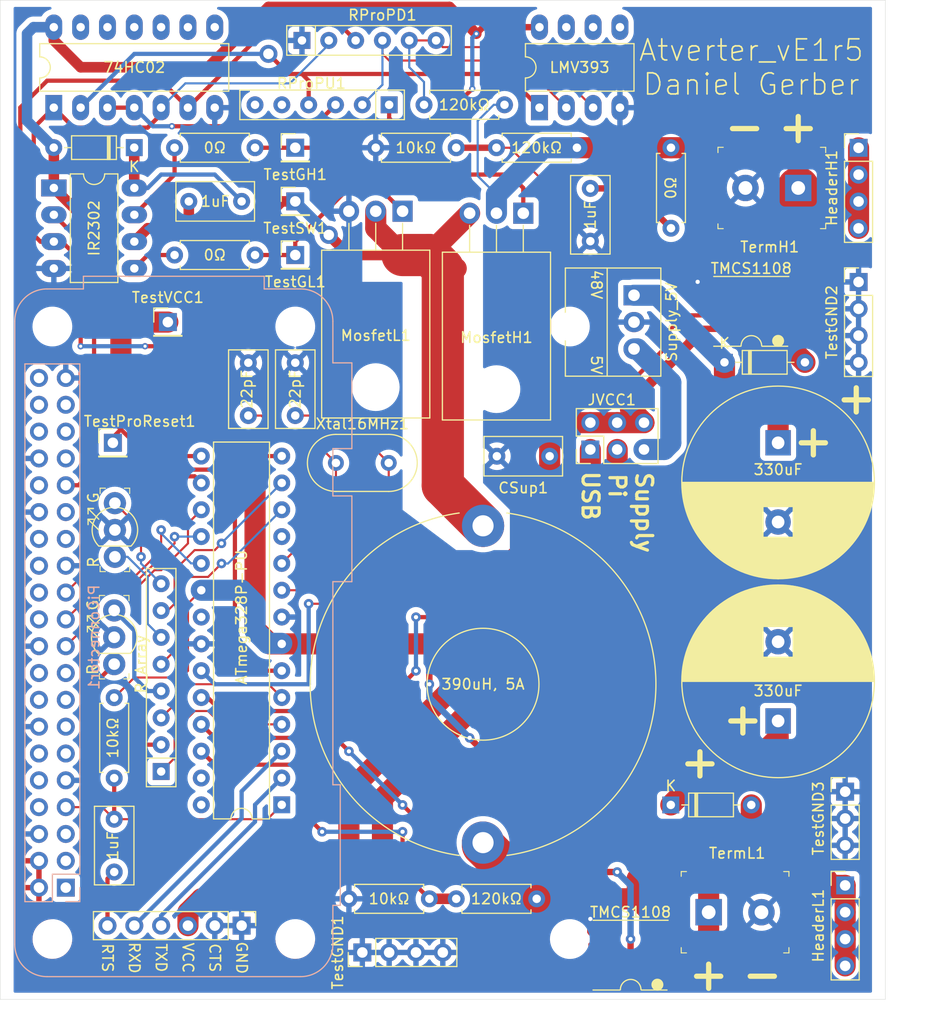
<source format=kicad_pcb>
(kicad_pcb (version 20211014) (generator pcbnew)
  (layers (0 "F.Cu" signal "Front") (31 "B.Cu" signal "Back") (34 "B.Paste" user) (35 "F.Paste" user) (36 "B.SilkS" user "B.Silkscreen") (37 "F.SilkS" user "F.Silkscreen") (38 "B.Mask" user) (39 "F.Mask" user) (44 "Edge.Cuts" user))
  (net 0 "")
  (net 1 "Net-(CBoot1-Pad1)")
  (net 2 "Net-(CBoot1-Pad2)")
  (net 3 "/DTR")
  (net 4 "GND")
  (net 5 "VCC")
  (net 6 "Net-(DSupplyH1-Pad1)")
  (net 7 "/VCCTTL")
  (net 8 "/MCURXI")
  (net 9 "/MCUTXO")
  (net 11 "/IH")
  (net 13 "/IL")
  (net 14 "/!RESET")
  (net 15 "Net-(COsc1-Pad2)")
  (net 16 "Net-(COsc2-Pad1)")
  (net 17 "/Red1")
  (net 18 "/Green1")
  (net 20 "/ProReset")
  (net 21 "/Red2")
  (net 22 "/PWM")
  (net 23 "/MOSI")
  (net 24 "/MISO")
  (net 25 "/SCLK")
  (net 27 "/VH")
  (net 28 "/VL")
  (net 32 "/VCCPi")
  (net 57 "Net-(GateDriver1-Pad7)")
  (net 58 "/VCCSupply")
  (net 59 "Net-(CHR1-Pad1)")
  (net 60 "Net-(GateDriver1-Pad5)")
  (net 61 "Net-(CH1-Pad1)")
  (net 62 "Net-(CL1-Pad1)")
  (net 63 "/!SS")
  (net 64 "Net-(MosfetH1-Pad1)")
  (net 65 "Net-(MosfetL1-Pad1)")
  (net 66 "/Green2")
  (net 67 "/!GateSD")
  (net 71 "Net-(LED1-Pad1)")
  (net 72 "Net-(LED1-Pad3)")
  (net 73 "Net-(LED2-Pad1)")
  (net 74 "Net-(LED2-Pad3)")
  (net 81 "/CompOut")
  (net 82 "Net-(DSupplyH1-Pad2)")
  (net 83 "Net-(DSupplyL1-Pad2)")
  (net 84 "/CompN")
  (net 85 "/CompP")
  (net 86 "/NORPU")
  (footprint "Connector_PinHeader_2.54mm:PinHeader_1x01_P2.54mm_Vertical" (layer "F.Cu") (at 91.44 60.96)
    (fp_text reference "TestSW1")
    (fp_text value "Conn_01x01_Male")
  )
  (footprint "Resistor_THT:R_Axial_DIN0207_L6.3mm_D2.5mm_P7.62mm_Horizontal" (layer "F.Cu") (at 74.295 107.95 -90)
    (fp_text reference "RDTR1")
    (fp_text value "10kΩ")
  )
  (footprint "Inductor_THT:L_Toroid_Horizontal_D32.5mm_P30.00mm_Bourns_2300" (layer "F.Cu") (at 109.22 91.68 -90)
    (fp_text reference "L1")
    (fp_text value "390uH, 5A")
  )
  (footprint "Package_TO_SOT_THT:TO-220-3_Horizontal_TabDown" (layer "F.Cu") (at 101.6 61.89 180)
    (fp_text reference "MosfetL1")
    (fp_text value "IRF540NPBF")
  )
  (footprint "Connector_PinHeader_2.54mm:PinHeader_1x04_P2.54mm_Vertical" (layer "F.Cu") (at 144.78 68.59)
    (fp_text reference "TestGND2")
    (fp_text value "Conn_01x04_Male")
  )
  (footprint "Connector_PinHeader_2.54mm:PinHeader_1x01_P2.54mm_Vertical" (layer "F.Cu") (at 91.44 66.04)
    (fp_text reference "TestGL1")
    (fp_text value "Conn_01x01_Male")
  )
  (footprint "Resistor_THT:R_Axial_DIN0207_L6.3mm_D2.5mm_P7.62mm_Horizontal" (layer "F.Cu") (at 87.63 55.88 180)
    (fp_text reference "RGateH1")
    (fp_text value "0Ω")
  )
  (footprint "Daniel_KiCad_Footprints:CP_Radial_D18.0mm_P7.50mm" (layer "F.Cu") (at 137.16 83.82 -90)
    (fp_text reference "CH1")
    (fp_text value "330uF")
  )
  (footprint "Resistor_THT:R_Axial_DIN0207_L6.3mm_D2.5mm_P7.62mm_Horizontal" (layer "F.Cu") (at 87.63 66.04 180)
    (fp_text reference "RGateL1")
    (fp_text value "0Ω")
  )
  (footprint "Daniel_KiCad_Footprints:SOIC-8_3.9x4.9mm_P1.27mm" (layer "F.Cu") (at 134.62 71.12 180)
    (fp_text reference "ISenH1")
    (fp_text value "TMCS1108")
  )
  (footprint "Package_DIP:DIP-28_W7.62mm" (layer "F.Cu") (at 90.16 118.1 180)
    (fp_text reference "MCU1")
    (fp_text value "ATmega328P-PU")
  )
  (footprint "Capacitor_THT:C_Rect_L7.2mm_W3.5mm_P5.00mm_FKS2_FKP2_MKS2_MKP2" (layer "F.Cu") (at 74.295 124.46 90)
    (fp_text reference "CDTR1")
    (fp_text value "1uF")
  )
  (footprint "Resistor_THT:R_Axial_DIN0207_L6.3mm_D2.5mm_P7.62mm_Horizontal" (layer "F.Cu") (at 114.3 127 180)
    (fp_text reference "RVSenTopL1")
    (fp_text value "120kΩ")
  )
  (footprint "Resistor_THT:R_Array_SIP8" (layer "F.Cu") (at 78.74 114.945 90)
    (fp_text reference "ResistorArray1")
    (fp_text value "R_Array")
  )
  (footprint "Daniel_KiCad_Footprints:LED_3pin_P2.54mm" (layer "F.Cu") (at 74.295 104.775 90)
    (fp_text reference "LED1" hide)
    (fp_text value "LED" hide)
  )
  (footprint "Capacitor_THT:C_Rect_L7.2mm_W3.5mm_P5.00mm_FKS2_FKP2_MKS2_MKP2" (layer "F.Cu") (at 119.38 59.73 -90)
    (fp_text reference "CHR1")
    (fp_text value "1uF")
  )
  (footprint "Package_DIP:DIP-14_W7.62mm_LongPads" (layer "F.Cu") (at 68.575 52.085 90)
    (fp_text reference "ProNOR1")
    (fp_text value "74HC02")
  )
  (footprint "Daniel_KiCad_Footprints:LED_3pin_P2.54mm" (layer "F.Cu") (at 74.36037 94.615 90)
    (fp_text reference "LED2" hide)
    (fp_text value "LED" hide)
  )
  (footprint "Package_TO_SOT_THT:TO-220-3_Horizontal_TabDown" (layer "F.Cu") (at 113.03 62.08 180)
    (fp_text reference "MosfetH1")
    (fp_text value "IRF540NPBF")
  )
  (footprint "Capacitor_THT:C_Rect_L7.2mm_W3.5mm_P5.00mm_FKS2_FKP2_MKS2_MKP2" (layer "F.Cu") (at 86.995 81.24 90)
    (fp_text reference "COsc2")
    (fp_text value "22pF")
  )
  (footprint "Connector_PinHeader_2.54mm:PinHeader_2x03_P2.54mm_Vertical" (layer "F.Cu") (at 119.38 84.455 90)
    (fp_text reference "JVCC1")
    (fp_text value "Conn_02x03_Odd_Even")
  )
  (footprint "Resistor_THT:R_Axial_DIN0207_L6.3mm_D2.5mm_P7.62mm_Horizontal" (layer "F.Cu") (at 104.14 127 180)
    (fp_text reference "RVSenBotL1")
    (fp_text value "10kΩ")
  )
  (footprint "Package_DIP:DIP-8_W7.62mm_LongPads" (layer "F.Cu") (at 114.564 52.085 90)
    (fp_text reference "ProComp1")
    (fp_text value "LMV393")
  )
  (footprint "Resistor_THT:R_Axial_DIN0207_L6.3mm_D2.5mm_P7.62mm_Horizontal" (layer "F.Cu") (at 103.632 51.816)
    (fp_text reference locked "RCompPH1")
    (fp_text value "120kΩ")
  )
  (footprint "Crystal:Resonator-2Pin_W10.0mm_H5.0mm" (layer "F.Cu") (at 95.29 85.725)
    (fp_text reference "Xtal16MHz1")
    (fp_text value "16MHz")
  )
  (footprint "Resistor_THT:R_Array_SIP6" (layer "F.Cu") (at 92.075 45.72)
    (fp_text reference "RProPD1")
    (fp_text value "R_Network05")
  )
  (footprint "Diode_THT:D_DO-35_SOD27_P7.62mm_Horizontal" (layer "F.Cu") (at 132.08 76.2)
    (fp_text reference "DSupplyH1")
    (fp_text value "BAT46")
  )
  (footprint "Capacitor_THT:C_Rect_L7.2mm_W3.5mm_P5.00mm_FKS2_FKP2_MKS2_MKP2" (layer "F.Cu") (at 115.53 85.09 180)
    (fp_text reference "CSup1")
    (fp_text value "1uF")
  )
  (footprint "Connector_PinHeader_2.54mm:PinHeader_1x01_P2.54mm_Vertical" (layer "F.Cu") (at 79.375 72.39)
    (fp_text reference "TestVCC1")
    (fp_text value "Conn_01x01_Male")
  )
  (footprint "Diode_THT:D_DO-35_SOD27_P7.62mm_Horizontal" (layer "F.Cu") (at 76.19 55.87 180)
    (fp_text reference "DBoot1")
    (fp_text value "BAT46")
  )
  (footprint "Daniel_KiCad_Footprints:SOIC-8_3.9x4.9mm_P1.27mm" (layer "F.Cu") (at 123.19 132.08 180)
    (fp_text reference "ISenL1")
    (fp_text value "TMCS1108")
  )
  (footprint "Package_DIP:DIP-8_W7.62mm_LongPads" (layer "F.Cu") (at 68.58 59.69)
    (fp_text reference "GateDriver1")
    (fp_text value "IR2302")
  )
  (footprint "Daniel_KiCad_Footprints:Term_Block_1x2_P5mm" (layer "F.Cu") (at 139.065 59.69 180)
    (fp_text reference "TermH1")
    (fp_text value "Screw_Terminal_01x02")
  )
  (footprint "Daniel_KiCad_Footprints:CP_Radial_D18.0mm_P7.50mm" (layer "F.Cu") (at 137.16 110.15778 90)
    (fp_text reference "CL1")
    (fp_text value "330uF")
  )
  (footprint "Connector_PinHeader_2.54mm:PinHeader_1x03_P2.54mm_Vertical" (layer "F.Cu") (at 143.51 116.855)
    (fp_text reference "TestGND3")
    (fp_text value "Conn_01x03_Male")
  )
  (footprint "Diode_THT:D_DO-35_SOD27_P7.62mm_Horizontal" (layer "F.Cu") (at 127 118.11)
    (fp_text reference "DSupplyL1")
    (fp_text value "BAT46")
  )
  (footprint "Resistor_THT:R_Axial_DIN0207_L6.3mm_D2.5mm_P7.62mm_Horizontal" (layer "F.Cu") (at 127.015 55.88 -90)
    (fp_text reference "RCH1")
    (fp_text value "0Ω")
  )
  (footprint "Resistor_THT:R_Axial_DIN0207_L6.3mm_D2.5mm_P7.62mm_Horizontal" (layer "F.Cu") (at 106.68 55.88 180)
    (fp_text reference "RVSenBotH1")
    (fp_text value "10kΩ")
  )
  (footprint "Capacitor_THT:C_Rect_L7.2mm_W3.5mm_P5.00mm_FKS2_FKP2_MKS2_MKP2" (layer "F.Cu") (at 86.36 60.96 180)
    (fp_text reference "CBoot1")
    (fp_text value "1uF")
  )
  (footprint "Daniel_KiCad_Footprints:FTDI_USB_TTL_Header" (layer "F.Cu") (at 86.36 129.54 -90)
    (fp_text reference "HeaderFTDI1" hide)
    (fp_text value "Conn_01x06_Male")
  )
  (footprint "Connector_PinHeader_2.54mm:PinHeader_1x04_P2.54mm_Vertical" (layer "F.Cu") (at 143.51 125.73)
    (fp_text reference "HeaderL1")
    (fp_text value "Conn_01x04_Male")
  )
  (footprint "Connector_PinHeader_2.54mm:PinHeader_1x01_P2.54mm_Vertical" (layer "F.Cu") (at 91.44 55.88)
    (fp_text reference "TestGH1")
    (fp_text value "Conn_01x01_Male")
  )
  (footprint "Connector_PinHeader_2.54mm:PinHeader_1x04_P2.54mm_Vertical" (layer "F.Cu") (at 97.79 132.08 90)
    (fp_text reference "TestGND1")
    (fp_text value "Conn_01x04_Male")
  )
  (footprint "Connector_PinHeader_2.54mm:PinHeader_1x04_P2.54mm_Vertical" (layer "F.Cu") (at 144.78 55.89)
    (fp_text reference "HeaderH1")
    (fp_text value "Conn_01x04_Male")
  )
  (footprint "Daniel_KiCad_Footprints:SupplyDC_48V-5V_TO-220-3_Vertical" (layer "F.Cu") (at 123.515 69.85 -90)
    (fp_text reference "Supply5V1")
    (fp_text value "Supply_5V")
  )
  (footprint "Resistor_THT:R_Axial_DIN0207_L6.3mm_D2.5mm_P7.62mm_Horizontal" (layer "F.Cu") (at 118.11 55.88 180)
    (fp_text reference "RVSenTopH1")
    (fp_text value "120kΩ")
  )
  (footprint "Daniel_KiCad_Footprints:Term_Block_1x2_P5mm" (layer "F.Cu") (at 130.585 128.27)
    (fp_text reference "TermL1")
    (fp_text value "Screw_Terminal_01x02")
  )
  (footprint "Resistor_THT:R_Array_SIP6" (layer "F.Cu") (at 100.33 51.816 180)
    (fp_text reference "RProPU1")
    (fp_text value "R_Network05")
  )
  (footprint "Capacitor_THT:C_Rect_L7.2mm_W3.5mm_P5.00mm_FKS2_FKP2_MKS2_MKP2" (layer "F.Cu") (at 91.44 76.24 -90)
    (fp_text reference "COsc1")
    (fp_text value "22pF")
  )
  (footprint "Connector_PinHeader_2.54mm:PinHeader_1x01_P2.54mm_Vertical" (layer "F.Cu") (at 74.168 83.82)
    (fp_text reference "TestProReset1")
    (fp_text value "Conn_01x01_Male")
  )
  (footprint "Daniel_KiCad_Footprints:Raspberry_Pi_Zero_and_Four" (layer "B.Cu") (at 69.71 125.94)
    (fp_text reference "PiConnector1")
    (fp_text value "Raspberry_Pi_2_3")
  )
  (gr_rect (start 63.5 41.91) (end 147.32 136.525) (layer "Edge.Cuts") (width 0.0381) (fill none))
  (gr_text "Atverter_vE1r5\nDaniel Gerber" (at 134.62 48.26) (layer "F.SilkS") (effects (font (size 2 2) (thickness 0.1524))))
  (gr_text "Supply" (at 124.46 90.424 270) (layer "F.SilkS") (effects (font (size 1.524 1.524) (thickness 0.3048))))
  (gr_text "USB" (at 119.38 86.36 270) (layer "F.SilkS") (effects (font (size 1.524 1.524) (thickness 0.3048)) (justify left)))
  (gr_text "Pi" (at 121.92 87.884 270) (layer "F.SilkS") (effects (font (size 1.524 1.524) (thickness 0.3048))))
  (segment (start 76.19 59.68) (end 76.2 59.69) (width 1) (layer "F.Cu") (net 1))
  (segment (start 76.19 55.87) (end 76.19 59.68) (width 1) (layer "F.Cu") (net 1))
  (segment (start 83.82 58.42) (end 86.36 60.96) (width 0.4) (layer "B.Cu") (net 1))
  (segment (start 77.47 59.69) (end 78.74 58.42) (width 0.4) (layer "B.Cu") (net 1))
  (segment (start 76.2 59.69) (end 77.47 59.69) (width 0.4) (layer "B.Cu") (net 1))
  (segment (start 78.74 58.42) (end 83.82 58.42) (width 0.4) (layer "B.Cu") (net 1))
  (segment (start 96.52 66.04) (end 101.6 66.04) (width 1) (layer "F.Cu") (net 2))
  (segment (start 104.14 65.89) (end 104.14 66.04) (width 2) (layer "F.Cu") (net 2))
  (segment (start 105.41 67.31) (end 104.14 66.04) (width 4) (layer "F.Cu") (net 2))
  (segment (start 77.47 63.5) (end 81.28 63.5) (width 1) (layer "F.Cu") (net 2))
  (segment (start 91.44 60.96) (end 90.17 60.96) (width 1) (layer "F.Cu") (net 2))
  (segment (start 87.63 63.5) (end 81.28 63.5) (width 1) (layer "F.Cu") (net 2))
  (segment (start 94.615 64.135) (end 96.52 66.04) (width 1) (layer "F.Cu") (net 2))
  (segment (start 106.68 67.31) (end 105.41 67.31) (width 2) (layer "F.Cu") (net 2))
  (segment (start 90.17 60.96) (end 87.63 63.5) (width 1) (layer "F.Cu") (net 2))
  (segment (start 81.36 63.42) (end 81.36 60.96) (width 1) (layer "F.Cu") (net 2))
  (segment (start 109.22 91.68) (end 109.22 91.44) (width 0.127) (layer "F.Cu") (net 2))
  (segment (start 104.14 66.04) (end 101.6 66.04) (width 4) (layer "F.Cu") (net 2))
  (segment (start 105.41 87.87) (end 105.41 67.31) (width 4) (layer "F.Cu") (net 2))
  (segment (start 109.22 91.68) (end 105.41 87.87) (width 4) (layer "F.Cu") (net 2))
  (segment (start 107.95 62.08) (end 104.14 65.89) (width 2) (layer "F.Cu") (net 2))
  (segment (start 99.06 61.89) (end 99.06 63.5) (width 2) (layer "F.Cu") (net 2))
  (segment (start 99.06 63.5) (end 101.6 66.04) (width 2) (layer "F.Cu") (net 2))
  (segment (start 76.2 64.77) (end 77.47 63.5) (width 1) (layer "F.Cu") (net 2))
  (segment (start 81.28 63.5) (end 81.36 63.42) (width 1) (layer "F.Cu") (net 2))
  (via (at 94.615 64.135) (size 1.7) (drill 1) (layers "F.Cu" "B.Cu") (net 2))
  (segment (start 94.615 64.135) (end 91.44 60.96) (width 1) (layer "B.Cu") (net 2))
  (segment (start 73.66 125.095) (end 74.295 124.46) (width 0.4) (layer "F.Cu") (net 3))
  (segment (start 73.66 129.54) (end 73.66 125.095) (width 0.4) (layer "F.Cu") (net 3))
  (segment (start 119.38 130.11) (end 119.445 130.175) (width 0.6) (layer "F.Cu") (net 4))
  (segment (start 132.145 69.215) (end 130.175 69.215) (width 0.6) (layer "F.Cu") (net 4))
  (segment (start 119.38 128.905) (end 119.38 130.11) (width 0.6) (layer "F.Cu") (net 4))
  (segment (start 130.175 69.215) (end 129.54 68.58) (width 0.6) (layer "F.Cu") (net 4))
  (via (at 119.38 128.905) (size 0.9) (drill 0.4) (layers "F.Cu" "B.Cu") (net 4))
  (via (at 129.54 68.58) (size 0.9) (drill 0.4) (layers "F.Cu" "B.Cu") (net 4))
  (segment (start 119.445 133.985) (end 121.285 133.985) (width 0.6) (layer "F.Cu") (net 5))
  (segment (start 123.19 130.81) (end 123.19 133.35) (width 0.6) (layer "F.Cu") (net 5))
  (segment (start 74.93 69.85) (end 73.66 68.58) (width 1) (layer "F.Cu") (net 5))
  (segment (start 128.905 73.025) (end 132.145 73.025) (width 0.6) (layer "F.Cu") (net 5))
  (segment (start 115.53 85.09) (end 115.53 83.86) (width 2) (layer "F.Cu") (net 5))
  (segment (start 109.205 44.465) (end 114.564 44.465) (width 0.6) (layer "F.Cu") (net 5))
  (segment (start 100.33 51.816) (end 100.33 53.086) (width 0.4) (layer "F.Cu") (net 5))
  (segment (start 68.58 59.69) (end 68.58 55.88) (width 1) (layer "F.Cu") (net 5))
  (segment (start 100.33 53.086) (end 100.584 53.34) (width 0.4) (layer "F.Cu") (net 5))
  (segment (start 115.53 93.94) (end 106.61 102.86) (width 2) (layer "F.Cu") (net 5))
  (segment (start 87.63 101.46137) (end 87.63 86.6775) (width 2) (layer "F.Cu") (net 5))
  (segment (start 104.14 106.68) (end 104.14 102.87) (width 0.6) (layer "F.Cu") (net 5))
  (segment (start 128.905 74.295) (end 123.19 80.01) (width 1) (layer "F.Cu") (net 5))
  (segment (start 88.9 42.545) (end 106.045 42.545) (width 1) (layer "F.Cu") (net 5))
  (segment (start 89.02863 102.86) (end 87.63 101.46137) (width 2) (layer "F.Cu") (net 5))
  (segment (start 105.156 53.34) (end 108.204 50.292) (width 0.4) (layer "F.Cu") (net 5))
  (segment (start 121.92 124.46) (end 120.65 124.46) (width 0.6) (layer "F.Cu") (net 5))
  (segment (start 71.12 48.26) (end 83.185 48.26) (width 1) (layer "F.Cu") (net 5))
  (segment (start 123.19 133.35) (end 122.555 133.985) (width 0.6) (layer "F.Cu") (net 5))
  (segment (start 124.46 81.915) (end 123.19 80.645) (width 2) (layer "F.Cu") (net 5))
  (segment (start 80.9625 80.01) (end 78.74 80.01) (width 2) (layer "F.Cu") (net 5))
  (segment (start 73.66 64.77) (end 68.58 59.69) (width 1) (layer "F.Cu") (net 5))
  (segment (start 122.555 133.985) (end 120.44 133.985) (width 0.6) (layer "F.Cu") (net 5))
  (segment (start 83.185 48.26) (end 88.9 42.545) (width 1) (layer "F.Cu") (net 5))
  (segment (start 74.93 72.39) (end 79.375 72.39) (width 2) (layer "F.Cu") (net 5))
  (segment (start 73.66 68.58) (end 73.66 64.77) (width 1) (layer "F.Cu") (net 5))
  (segment (start 106.61 102.86) (end 104.13 102.86) (width 2) (layer "F.Cu") (net 5))
  (segment (start 76.2 106.045) (end 74.295 107.95) (width 0.2) (layer "F.Cu") (net 5))
  (segment (start 106.045 42.545) (end 108.585 45.085) (width 1) (layer "F.Cu") (net 5))
  (segment (start 74.93 76.2) (end 74.93 72.39) (width 2) (layer "F.Cu") (net 5))
  (segment (start 74.93 72.39) (end 74.93 69.85) (width 2) (layer "F.Cu") (net 5))
  (segment (start 123.19 80.645) (end 123.19 80.01) (width 2) (layer "F.Cu") (net 5))
  (segment (start 68.58 55.88) (end 68.57 55.87) (width 1) (layer "F.Cu") (net 5))
  (segment (start 90.16 102.86) (end 89.02863 102.86) (width 2) (layer "F.Cu") (net 5))
  (segment (start 121.92 81.915) (end 124.46 81.915) (width 2) (layer "F.Cu") (net 5))
  (segment (start 128.905 73.025) (end 128.905 74.295) (width 1) (layer "F.Cu") (net 5))
  (segment (start 80.645 106.045) (end 76.2 106.045) (width 0.2) (layer "F.Cu") (net 5))
  (segment (start 120.65 124.46) (end 107.95 111.76) (width 0.6) (layer "F.Cu") (net 5))
  (segment (start 100.584 53.34) (end 105.156 53.34) (width 0.4) (layer "F.Cu") (net 5))
  (segment (start 81.28 99.04) (end 81.28 105.41) (width 0.2) (layer "F.Cu") (net 5))
  (segment (start 68.575 44.465) (end 68.575 45.715) (width 1) (layer "F.Cu") (net 5))
  (segment (start 104.13 102.86) (end 99.07 102.86) (width 2) (layer "F.Cu") (net 5))
  (segment (start 108.585 45.085) (end 109.205 44.465) (width 0.6) (layer "F.Cu") (net 5))
  (segment (start 117.475 81.915) (end 119.38 81.915) (width 2) (layer "F.Cu") (net 5))
  (segment (start 68.575 45.715) (end 71.12 48.26) (width 1) (layer "F.Cu") (net 5))
  (segment (start 104.14 102.87) (end 104.13 102.86) (width 0.6) (layer "F.Cu") (net 5))
  (segment (start 87.63 86.6775) (end 80.9625 80.01) (width 2) (layer "F.Cu") (net 5))
  (segment (start 99.07 102.86) (end 90.16 102.86) (width 2) (layer "F.Cu") (net 5))
  (segment (start 119.38 81.915) (end 121.92 81.915) (width 2) (layer "F.Cu") (net 5))
  (segment (start 81.28 105.41) (end 80.645 106.045) (width 0.2) (layer "F.Cu") (net 5))
  (segment (start 82.54 97.78) (end 81.28 99.04) (width 0.2) (layer "F.Cu") (net 5))
  (segment (start 115.53 85.09) (end 115.53 93.94) (width 2) (layer "F.Cu") (net 5))
  (segment (start 115.53 83.86) (end 117.475 81.915) (width 2) (layer "F.Cu") (net 5))
  (segment (start 78.74 80.01) (end 74.93 76.2) (width 2) (layer "F.Cu") (net 5))
  (via (at 121.92 124.46) (size 0.9) (drill 0.4) (layers "F.Cu" "B.Cu") (net 5))
  (via (at 107.95 111.76) (size 0.9) (drill 0.4) (layers "F.Cu" "B.Cu") (net 5))
  (via (at 123.19 130.81) (size 0.9) (drill 0.4) (layers "F.Cu" "B.Cu") (net 5))
  (via (at 108.585 45.085) (size 0.6) (drill 0.3) (layers "F.Cu" "B.Cu") (net 5))
  (via (at 108.204 50.292) (size 0.6) (drill 0.3) (layers "F.Cu" "B.Cu") (net 5))
  (via (at 104.14 106.68) (size 0.9) (drill 0.4) (layers "F.Cu" "B.Cu") (net 5))
  (segment (start 68.575 44.465) (end 66.66 44.465) (width 1) (layer "B.Cu") (net 5))
  (segment (start 107.95 111.76) (end 104.14 107.95) (width 0.6) (layer "B.Cu") (net 5))
  (segment (start 104.14 107.95) (end 104.14 106.68) (width 0.6) (layer "B.Cu") (net 5))
  (segment (start 86.35 97.78) (end 87.63 99.06) (width 2) (layer "B.Cu") (net 5))
  (segment (start 123.19 125.73) (end 121.92 124.46) (width 0.6) (layer "B.Cu") (net 5))
  (segment (start 82.54 97.78) (end 86.35 97.78) (width 2) (layer "B.Cu") (net 5))
  (segment (start 88.843 102.813) (end 90.16 102.813) (width 2) (layer "B.Cu") (net 5))
  (segment (start 123.19 130.81) (end 123.19 125.73) (width 0.6) (layer "B.Cu") (net 5))
  (segment (start 66.04 45.085) (end 66.04 53.34) (width 1) (layer "B.Cu") (net 5))
  (segment (start 66.66 44.465) (end 66.04 45.085) (width 1) (layer "B.Cu") (net 5))
  (segment (start 108.204 50.292) (end 108.204 45.466) (width 0.4) (layer "B.Cu") (net 5))
  (segment (start 87.63 99.06) (end 87.63 101.6) (width 2) (layer "B.Cu") (net 5))
  (segment (start 87.63 101.6) (end 88.843 102.813) (width 2) (layer "B.Cu") (net 5))
  (segment (start 108.204 45.466) (end 108.585 45.085) (width 0.4) (layer "B.Cu") (net 5))
  (segment (start 66.04 53.34) (end 68.57 55.87) (width 1) (layer "B.Cu") (net 5))
  (segment (start 132.08 86.995) (end 132.08 76.2) (width 2) (layer "F.Cu") (net 6))
  (segment (start 129.54 115.57) (end 129.54 89.535) (width 2) (layer "F.Cu") (net 6))
  (segment (start 127 118.11) (end 129.54 115.57) (width 2) (layer "F.Cu") (net 6))
  (segment (start 129.54 89.535) (end 132.08 86.995) (width 2) (layer "F.Cu") (net 6))
  (segment (start 123.515 69.85) (end 125.73 69.85) (width 2) (layer "B.Cu") (net 6))
  (segment (start 125.73 69.85) (end 132.08 76.2) (width 2) (layer "B.Cu") (net 6))
  (segment (start 119.38 93.98) (end 119.38 84.455) (width 2) (layer "F.Cu") (net 7))
  (segment (start 81.28 129.54) (end 81.28 128.27) (width 2) (layer "F.Cu") (net 7))
  (segment (start 96.52 123.19) (end 96.52 116.84) (width 2) (layer "F.Cu") (net 7))
  (segment (start 96.52 116.84) (end 119.38 93.98) (width 2) (layer "F.Cu") (net 7))
  (segment (start 82.55 127) (end 92.71 127) (width 2) (layer "F.Cu") (net 7))
  (segment (start 81.28 128.27) (end 82.55 127) (width 2) (layer "F.Cu") (net 7))
  (segment (start 92.71 127) (end 96.52 123.19) (width 2) (layer "F.Cu") (net 7))
  (segment (start 78.74 128.5875) (end 78.74 129.54) (width 0.4) (layer "B.Cu") (net 8))
  (segment (start 87.63 118.09) (end 87.63 119.6975) (width 0.4) (layer "B.Cu") (net 8))
  (segment (start 87.63 119.6975) (end 78.74 128.5875) (width 0.4) (layer "B.Cu") (net 8))
  (segment (start 90.16 115.56) (end 87.63 118.09) (width 0.4) (layer "B.Cu") (net 8))
  (segment (start 86.36 116.82) (end 86.36 119.38) (width 0.4) (layer "B.Cu") (net 9))
  (segment (start 90.16 113.02) (end 86.36 116.82) (width 0.4) (layer "B.Cu") (net 9))
  (segment (start 86.36 119.38) (end 76.2 129.54) (width 0.4) (layer "B.Cu") (net 9))
  (segment (start 117.475 78.105) (end 113.665 81.915) (width 0.4) (layer "F.Cu") (net 11))
  (segment (start 126.365 74.93) (end 123.19 78.105) (width 0.4) (layer "F.Cu") (net 11))
  (segment (start 84.42387 109.22) (end 83.14387 107.94) (width 0.4) (layer "F.Cu") (net 11))
  (segment (start 113.665 93.345) (end 106.68 100.33) (width 0.4) (layer "F.Cu") (net 11))
  (segment (start 113.665 81.915) (end 113.665 93.345) (width 0.4) (layer "F.Cu") (net 11))
  (segment (start 106.68 100.33) (end 102.87 100.33) (width 0.4) (layer "F.Cu") (net 11))
  (segment (start 102.87 105.41) (end 99.06 109.22) (width 0.4) (layer "F.Cu") (net 11))
  (segment (start 128.27 71.755) (end 126.365 73.66) (width 0.4) (layer "F.Cu") (net 11))
  (segment (start 132.145 71.755) (end 128.27 71.755) (width 0.4) (layer "F.Cu") (net 11))
  (segment (start 99.06 109.22) (end 84.42387 109.22) (width 0.4) (layer "F.Cu") (net 11))
  (segment (start 123.19 78.105) (end 117.475 78.105) (width 0.4) (layer "F.Cu") (net 11))
  (segment (start 126.365 73.66) (end 126.365 74.93) (width 0.4) (layer "F.Cu") (net 11))
  (segment (start 83.14387 107.94) (end 82.54 107.94) (width 0.4) (layer "F.Cu") (net 11))
  (via (at 102.87 100.33) (size 0.9) (drill 0.4) (layers "F.Cu" "B.Cu") (net 11))
  (via (at 102.87 105.41) (size 0.9) (drill 0.4) (layers "F.Cu" "B.Cu") (net 11))
  (segment (start 102.87 100.33) (end 102.87 105.41) (width 0.4) (layer "B.Cu") (net 11))
  (segment (start 111.76 129.54) (end 104.14 129.54) (width 0.4) (layer "F.Cu") (net 13))
  (segment (start 119.095 132.715) (end 119.445 132.715) (width 0.6) (layer "F.Cu") (net 13))
  (segment (start 83.82 114.3) (end 82.54 113.02) (width 0.4) (layer "F.Cu") (net 13))
  (segment (start 93.98 120.65) (end 92.71 119.38) (width 0.4) (layer "F.Cu") (net 13))
  (segment (start 114.3 132.08) (end 114.935 132.08) (width 0.6) (layer "F.Cu") (net 13))
  (segment (start 116.205 133.35) (end 118.46 133.35) (width 0.6) (layer "F.Cu") (net 13))
  (segment (start 114.3 132.08) (end 111.76 129.54) (width 0.4) (layer "F.Cu") (net 13))
  (segment (start 91.44 114.3) (end 83.82 114.3) (width 0.4) (layer "F.Cu") (net 13))
  (segment (start 101.6 127) (end 101.6 120.65) (width 0.4) (layer "F.Cu") (net 13))
  (segment (start 114.935 132.08) (end 116.205 133.35) (width 0.6) (layer "F.Cu") (net 13))
  (segment (start 92.71 119.38) (end 92.71 115.57) (width 0.4) (layer "F.Cu") (net 13))
  (segment (start 92.71 115.57) (end 91.44 114.3) (width 0.4) (layer "F.Cu") (net 13))
  (segment (start 118.46 133.35) (end 119.095 132.715) (width 0.6) (layer "F.Cu") (net 13))
  (segment (start 104.14 129.54) (end 101.6 127) (width 0.4) (layer "F.Cu") (net 13))
  (via (at 101.6 120.65) (size 0.9) (drill 0.4) (layers "F.Cu" "B.Cu") (net 13))
  (via (at 93.98 120.65) (size 0.9) (drill 0.4) (layers "F.Cu" "B.Cu") (net 13))
  (segment (start 101.6 120.65) (end 93.98 120.65) (width 0.4) (layer "B.Cu") (net 13))
  (segment (start 74.295 119.46) (end 88.8 119.46) (width 0.2) (layer "F.Cu") (net 14))
  (segment (start 73.155 118.32) (end 74.295 119.46) (width 0.2) (layer "F.Cu") (net 14))
  (segment (start 69.71 118.32) (end 73.155 118.32) (width 0.2) (layer "F.Cu") (net 14))
  (segment (start 74.295 119.46) (end 74.295 115.57) (width 0.4) (layer "F.Cu") (net 14))
  (segment (start 88.8 119.46) (end 90.16 118.1) (width 0.2) (layer "F.Cu") (net 14))
  (segment (start 100.29 93.385) (end 100.29 85.09) (width 0.2) (layer "F.Cu") (net 15))
  (segment (start 91.44 81.24) (end 95.805 81.24) (width 0.2) (layer "F.Cu") (net 15))
  (segment (start 90.16 97.78) (end 95.895 97.78) (width 0.2) (layer "F.Cu") (net 15))
  (segment (start 95.805 81.24) (end 100.29 85.725) (width 0.2) (layer "F.Cu") (net 15))
  (segment (start 95.895 97.78) (end 100.29 93.385) (width 0.2) (layer "F.Cu") (net 15))
  (segment (start 88.225 81.24) (end 90.17 83.185) (width 0.2) (layer "F.Cu") (net 16))
  (segment (start 92.75 83.185) (end 95.29 85.725) (width 0.2) (layer "F.Cu") (net 16))
  (segment (start 90.17 83.185) (end 92.75 83.185) (width 0.2) (layer "F.Cu") (net 16))
  (segment (start 86.995 81.24) (end 88.225 81.24) (width 0.2) (layer "F.Cu") (net 16))
  (segment (start 95.29 85.09) (end 95.29 90.11) (width 0.2) (layer "F.Cu") (net 16))
  (segment (start 95.29 90.11) (end 90.16 95.24) (width 0.2) (layer "F.Cu") (net 16))
  (segment (start 80.01 113.675) (end 78.74 114.945) (width 0.2) (layer "F.Cu") (net 17))
  (segment (start 83.185 109.22) (end 81.915 109.22) (width 0.2) (layer "F.Cu") (net 17))
  (segment (start 80.01 111.125) (end 80.01 113.675) (width 0.2) (layer "F.Cu") (net 17))
  (segment (start 81.915 109.22) (end 80.01 111.125) (width 0.2) (layer "F.Cu") (net 17))
  (segment (start 90.16 110.48) (end 84.445 110.48) (width 0.2) (layer "F.Cu") (net 17))
  (segment (start 84.445 110.48) (end 83.185 109.22) (width 0.2) (layer "F.Cu") (net 17))
  (segment (start 80.645 107.315) (end 80.645 107.96) (width 0.2) (layer "F.Cu") (net 18))
  (segment (start 80.645 107.96) (end 78.74 109.865) (width 0.2) (layer "F.Cu") (net 18))
  (segment (start 81.28 106.68) (end 80.645 107.315) (width 0.2) (layer "F.Cu") (net 18))
  (segment (start 90.16 107.94) (end 88.9 106.68) (width 0.2) (layer "F.Cu") (net 18))
  (segment (start 88.9 106.68) (end 81.28 106.68) (width 0.2) (layer "F.Cu") (net 18))
  (segment (start 89.545 43.815) (end 95.25 43.815) (width 0.4) (layer "F.Cu") (net 20))
  (segment (start 78.72 49.53) (end 81.275 52.085) (width 0.4) (layer "F.Cu") (net 20))
  (segment (start 95.25 43.815) (end 97.155 45.72) (width 0.4) (layer "F.Cu") (net 20))
  (segment (start 85.725 103.505) (end 85.725 88.265) (width 0.4) (layer "F.Cu") (net 20))
  (segment (start 74.93 82.55) (end 74.168 83.312) (width 0.4) (layer "F.Cu") (net 20))
  (segment (start 74.93 82.55) (end 71.12 78.74) (width 0.4) (layer "F.Cu") (net 20))
  (segment (start 78.74 86.36) (end 74.93 82.55) (width 0.4) (layer "F.Cu") (net 20))
  (segment (start 81.275 52.085) (end 89.545 43.815) (width 0.4) (layer "F.Cu") (net 20))
  (segment (start 67.630999 75.692) (end 65.405 73.466001) (width 0.4) (layer "F.Cu") (net 20))
  (segment (start 85.725 88.265) (end 83.82 86.36) (width 0.4) (layer "F.Cu") (net 20))
  (segment (start 74.168 83.312) (end 74.168 83.82) (width 0.4) (layer "F.Cu") (net 20))
  (segment (start 71.12 78.74) (end 71.12 76.708) (width 0.4) (layer "F.Cu") (net 20))
  (segment (start 83.82 86.36) (end 78.74 86.36) (width 0.4) (layer "F.Cu") (net 20))
  (segment (start 65.405 52.07) (end 67.945 49.53) (width 0.4) (layer "F.Cu") (net 20))
  (segment (start 71.12 76.708) (end 70.104 75.692) (width 0.4) (layer "F.Cu") (net 20))
  (segment (start 67.945 49.53) (end 78.72 49.53) (width 0.4) (layer "F.Cu") (net 20))
  (segment (start 70.104 75.692) (end 67.630999 75.692) (width 0.4) (layer "F.Cu") (net 20))
  (segment (start 65.405 73.466001) (end 65.405 52.07) (width 0.4) (layer "F.Cu") (net 20))
  (segment (start 87.62 105.4) (end 85.725 103.505) (width 0.4) (layer "F.Cu") (net 20))
  (segment (start 90.16 105.4) (end 87.62 105.4) (width 0.4) (layer "F.Cu") (net 20))
  (segment (start 80.645 102.88) (end 78.74 104.785) (width 0.2) (layer "F.Cu") (net 21))
  (segment (start 84.455 95.25) (end 83.185 96.52) (width 0.2) (layer "F.Cu") (net 21))
  (segment (start 80.645 97.155) (end 80.645 102.88) (width 0.2) (layer "F.Cu") (net 21))
  (segment (start 83.185 96.52) (end 81.28 96.52) (width 0.2) (layer "F.Cu") (net 21))
  (segment (start 81.28 96.52) (end 80.645 97.155) (width 0.2) (layer "F.Cu") (net 21))
  (via (at 84.455 95.25) (size 0.9) (drill 0.4) (layers "F.Cu" "B.Cu") (net 21))
  (segment (start 90.16 90.16) (end 85.07 95.25) (width 0.2) (layer "B.Cu") (net 21))
  (segment (start 85.07 95.25) (end 84.455 95.25) (width 0.2) (layer "B.Cu") (net 21))
  (segment (start 80 85.08) (end 72.39 77.47) (width 0.4) (layer "F.Cu") (net 22))
  (segment (start 82.54 85.08) (end 80 85.08) (width 0.4) (layer "F.Cu") (net 22))
  (segment (start 72.39 77.47) (end 72.39 66.04) (width 0.4) (layer "F.Cu") (net 22))
  (segment (start 72.39 66.04) (end 68.58 62.23) (width 0.4) (layer "F.Cu") (net 22))
  (segment (start 69.71 103.08) (end 72.39 100.4) (width 0.2) (layer "F.Cu") (net 23))
  (segment (start 81.28 91.44) (end 82.54 90.18) (width 0.2) (layer "F.Cu") (net 23))
  (segment (start 78.74 95.885) (end 81.28 93.345) (width 0.2) (layer "F.Cu") (net 23))
  (segment (start 73.025 97.79) (end 76.2 97.79) (width 0.2) (layer "F.Cu") (net 23))
  (segment (start 72.39 100.4) (end 72.39 98.425) (width 0.2) (layer "F.Cu") (net 23))
  (segment (start 81.28 93.345) (end 81.28 91.44) (width 0.2) (layer "F.Cu") (net 23))
  (segment (start 82.54 90.18) (end 82.54 90.16) (width 0.2) (layer "F.Cu") (net 23))
  (segment (start 78.105 95.885) (end 78.74 95.885) (width 0.2) (layer "F.Cu") (net 23))
  (segment (start 72.39 98.425) (end 73.025 97.79) (width 0.2) (layer "F.Cu") (net 23))
  (segment (start 76.2 97.79) (end 78.105 95.885) (width 0.2) (layer "F.Cu") (net 23))
  (segment (start 76.2 97.155) (end 72.39 97.155) (width 0.2) (layer "F.Cu") (net 24))
  (segment (start 80.01 93.345) (end 76.2 97.155) (width 0.2) (layer "F.Cu") (net 24))
  (segment (start 80.01 92.71) (end 80.01 93.345) (width 0.2) (layer "F.Cu") (net 24))
  (segment (start 71.755 98.495) (end 69.71 100.54) (width 0.2) (layer "F.Cu") (net 24))
  (segment (start 72.39 97.155) (end 71.755 97.79) (width 0.2) (layer "F.Cu") (net 24))
  (segment (start 71.755 97.79) (end 71.755 98.495) (width 0.2) (layer "F.Cu") (net 24))
  (via (at 80.01 92.71) (size 0.9) (drill 0.4) (layers "F.Cu" "B.Cu") (net 24))
  (segment (start 80.01 92.71) (end 80.02 92.7) (width 0.2) (layer "B.Cu") (net 24))
  (segment (start 80.02 92.7) (end 82.54 92.7) (width 0.2) (layer "B.Cu") (net 24))
  (segment (start 78.74 93.98) (end 76.2 96.52) (width 0.2) (layer "F.Cu") (net 25))
  (segment (start 76.2 96.52) (end 71.19 96.52) (width 0.2) (layer "F.Cu") (net 25))
  (segment (start 71.19 96.52) (end 69.71 98) (width 0.2) (layer "F.Cu") (net 25))
  (segment (start 78.74 92.075) (end 78.74 93.98) (width 0.2) (layer "F.Cu") (net 25))
  (via (at 78.74 92.075) (size 0.9) (drill 0.4) (layers "F.Cu" "B.Cu") (net 25))
  (segment (start 78.74 92.075) (end 78.74 92.397423) (width 0.2) (layer "B.Cu") (net 25))
  (segment (start 81.582577 95.24) (end 82.54 95.24) (width 0.2) (layer "B.Cu") (net 25))
  (segment (start 78.74 92.397423) (end 81.582577 95.24) (width 0.2) (layer "B.Cu") (net 25))
  (segment (start 111.76 55.88) (end 115.57 59.69) (width 0.2) (layer "F.Cu") (net 27))
  (segment (start 115.57 78.74) (end 112.395 81.915) (width 0.2) (layer "F.Cu") (net 27))
  (segment (start 111.76 55.88) (end 110.49 55.88) (width 0.2) (layer "F.Cu") (net 27))
  (segment (start 115.57 59.69) (end 115.57 78.74) (width 0.2) (layer "F.Cu") (net 27))
  (segment (start 112.395 81.915) (end 112.395 93.345) (width 0.2) (layer "F.Cu") (net 27))
  (segment (start 106.68 55.88) (end 109.863 55.88) (width 0.6) (layer "F.Cu") (net 27))
  (segment (start 106.68 99.06) (end 92.71 99.06) (width 0.2) (layer "F.Cu") (net 27))
  (segment (start 112.395 93.345) (end 106.68 99.06) (width 0.2) (layer "F.Cu") (net 27))
  (via (at 92.71 99.06) (size 0.9) (drill 0.4) (layers "F.Cu" "B.Cu") (net 27))
  (segment (start 92.71 106.68) (end 83.82 106.68) (width 0.4) (layer "B.Cu") (net 27))
  (segment (start 92.71 99.06) (end 92.71 106.68) (width 0.4) (layer "B.Cu") (net 27))
  (segment (start 83.82 106.68) (end 82.54 105.4) (width 0.4) (layer "B.Cu") (net 27))
  (segment (start 104.14 127) (end 102.87 125.73) (width 0.4) (layer "F.Cu") (net 28))
  (segment (start 95.25 111.76) (end 83.82 111.76) (width 0.4) (layer "F.Cu") (net 28))
  (segment (start 102.87 119.38) (end 101.6 118.11) (width 0.4) (layer "F.Cu") (net 28))
  (segment (start 83.82 111.76) (end 82.54 110.48) (width 0.4) (layer "F.Cu") (net 28))
  (segment (start 106.68 127) (end 104.14 127) (width 1) (layer "F.Cu") (net 28))
  (segment (start 96.52 113.03) (end 95.25 111.76) (width 0.4) (layer "F.Cu") (net 28))
  (segment (start 102.87 125.73) (end 102.87 119.38) (width 0.4) (layer "F.Cu") (net 28))
  (via (at 101.6 118.11) (size 0.9) (drill 0.4) (layers "F.Cu" "B.Cu") (net 28))
  (via (at 96.52 113.03) (size 0.9) (drill 0.4) (layers "F.Cu" "B.Cu") (net 28))
  (segment (start 101.6 118.11) (end 96.52 113.03) (width 0.4) (layer "B.Cu") (net 28))
  (segment (start 95.25 130.81) (end 96.52 129.54) (width 2) (layer "F.Cu") (net 32))
  (segment (start 97.79 129.54) (end 99.695 127.635) (width 2) (layer "F.Cu") (net 32))
  (segment (start 99.695 127.635) (end 99.695 117.475) (width 2) (layer "F.Cu") (net 32))
  (segment (start 99.695 117.475) (end 121.92 95.25) (width 2) (layer "F.Cu") (net 32))
  (segment (start 121.92 95.25) (end 121.92 84.455) (width 2) (layer "F.Cu") (net 32))
  (segment (start 95.25 132.08) (end 95.25 130.81) (width 2) (layer "F.Cu") (net 32))
  (segment (start 96.52 129.54) (end 97.79 129.54) (width 2) (layer "F.Cu") (net 32))
  (segment (start 80.01 58.42) (end 80.01 55.88) (width 0.4) (layer "F.Cu") (net 57))
  (segment (start 76.2 62.23) (end 80.01 58.42) (width 0.4) (layer "F.Cu") (net 57))
  (segment (start 126.365 84.455) (end 124.46 84.455) (width 2) (layer "B.Cu") (net 58))
  (segment (start 123.825 74.93) (end 127 78.105) (width 2) (layer "B.Cu") (net 58))
  (segment (start 127 78.105) (end 127 83.82) (width 2) (layer "B.Cu") (net 58))
  (segment (start 127 83.82) (end 126.365 84.455) (width 2) (layer "B.Cu") (net 58))
  (segment (start 123.515 74.93) (end 123.825 74.93) (width 2) (layer "B.Cu") (net 58))
  (segment (start 123.245 59.73) (end 127.015 63.5) (width 0.6) (layer "F.Cu") (net 59))
  (segment (start 119.38 59.73) (end 123.245 59.73) (width 0.6) (layer "F.Cu") (net 59))
  (segment (start 76.2 67.31) (end 77.47 66.04) (width 0.4) (layer "F.Cu") (net 60))
  (segment (start 77.47 66.04) (end 80.01 66.04) (width 0.4) (layer "F.Cu") (net 60))
  (segment (start 129.54 55.88) (end 127.015 55.88) (width 2) (layer "F.Cu") (net 61))
  (segment (start 118.11 55.88) (end 127.015 55.88) (width 2) (layer "F.Cu") (net 61))
  (segment (start 135.255 69.215) (end 134.62 69.85) (width 2) (layer "F.Cu") (net 61))
  (segment (start 135.255 69.215) (end 137.095 69.215) (width 1) (layer "F.Cu") (net 61))
  (segment (start 137.095 69.215) (end 137.095 70.485) (width 0.6) (layer "F.Cu") (net 61))
  (segment (start 130.81 62.865) (end 130.81 57.15) (width 2) (layer "F.Cu") (net 61))
  (segment (start 130.81 57.15) (end 129.54 55.88) (width 2) (layer "F.Cu") (net 61))
  (segment (start 135.255 67.31) (end 130.81 62.865) (width 2) (layer "F.Cu") (net 61))
  (segment (start 135.255 69.215) (end 135.255 67.31) (width 2) (layer "F.Cu") (net 61))
  (segment (start 134.62 69.85) (end 134.62 77.47) (width 2) (layer "F.Cu") (net 61))
  (segment (start 137.16 80.01) (end 137.16 83.82) (width 2) (layer "F.Cu") (net 61))
  (segment (start 134.62 77.47) (end 137.16 80.01) (width 2) (layer "F.Cu") (net 61))
  (segment (start 110.49 60.325) (end 114.935 55.88) (width 2) (layer "B.Cu") (net 61))
  (segment (start 108.712 53.34) (end 108.712 58.547) (width 0.2) (layer "B.Cu") (net 61))
  (segment (start 110.236 51.816) (end 108.712 53.34) (width 0.2) (layer "B.Cu") (net 61))
  (segment (start 110.49 62.08) (end 110.49 60.325) (width 2) (layer "B.Cu") (net 61))
  (segment (start 114.935 55.88) (end 118.11 55.88) (width 2) (layer "B.Cu") (net 61))
  (segment (start 108.712 58.547) (end 110.49 60.325) (width 0.2) (layer "B.Cu") (net 61))
  (segment (start 111.252 51.816) (end 110.236 51.816) (width 0.2) (layer "B.Cu") (net 61))
  (segment (start 123.825 125.095) (end 123.825 127) (width 2) (layer "F.Cu") (net 62))
  (segment (start 125.94 130.175) (end 125.94 131.445) (width 0.6) (layer "F.Cu") (net 62))
  (segment (start 109.22 121.92) (end 114.3 127) (width 4) (layer "F.Cu") (net 62))
  (segment (start 137.16 111.76) (end 123.825 125.095) (width 2) (layer "F.Cu") (net 62))
  (segment (start 123.825 127) (end 125.94 129.115) (width 2) (layer "F.Cu") (net 62))
  (segment (start 137.16 110.15778) (end 137.16 111.76) (width 2) (layer "F.Cu") (net 62))
  (segment (start 109.22 121.68) (end 109.22 121.92) (width 4) (layer "F.Cu") (net 62))
  (segment (start 125.94 129.115) (end 125.94 130.175) (width 2) (layer "F.Cu") (net 62))
  (segment (start 114.3 127) (end 123.825 127) (width 2) (layer "F.Cu") (net 62))
  (segment (start 81.915 86.995) (end 82.54 87.62) (width 0.4) (layer "F.Cu") (net 63))
  (segment (start 71.755 86.995) (end 81.915 86.995) (width 0.4) (layer "F.Cu") (net 63))
  (segment (start 70.91 87.84) (end 71.755 86.995) (width 0.4) (layer "F.Cu") (net 63))
  (segment (start 69.71 87.84) (end 70.91 87.84) (width 0.4) (layer "F.Cu") (net 63))
  (segment (start 111.76 58.42) (end 113.03 59.69) (width 0.4) (layer "F.Cu") (net 64))
  (segment (start 87.63 55.88) (end 91.44 55.88) (width 0.4) (layer "F.Cu") (net 64))
  (segment (start 91.44 55.88) (end 96.52 55.88) (width 0.4) (layer "F.Cu") (net 64))
  (segment (start 99.06 58.42) (end 111.76 58.42) (width 0.4) (layer "F.Cu") (net 64))
  (segment (start 96.52 55.88) (end 99.06 58.42) (width 0.4) (layer "F.Cu") (net 64))
  (segment (start 113.03 59.69) (end 113.03 62.08) (width 0.4) (layer "F.Cu") (net 64))
  (segment (start 99.4 59.69) (end 101.6 61.89) (width 0.4) (layer "F.Cu") (net 65))
  (segment (start 96.52 59.69) (end 99.4 59.69) (width 0.4) (layer "F.Cu") (net 65))
  (segment (start 87.63 66.04) (end 91.44 66.04) (width 0.4) (layer "F.Cu") (net 65))
  (segment (start 91.44 66.04) (end 91.44 64.77) (width 0.4) (layer "F.Cu") (net 65))
  (segment (start 91.44 64.77) (end 96.52 59.69) (width 0.4) (layer "F.Cu") (net 65))
  (segment (start 80.01 95.885) (end 80.01 99.06) (width 0.2) (layer "F.Cu") (net 66))
  (segment (start 81.915 93.98) (end 80.01 95.885) (width 0.2) (layer "F.Cu") (net 66))
  (segment (start 79.365 99.705) (end 78.74 99.705) (width 0.2) (layer "F.Cu") (net 66))
  (segment (start 84.455 93.345) (end 83.82 93.98) (width 0.2) (layer "F.Cu") (net 66))
  (segment (start 83.82 93.98) (end 81.915 93.98) (width 0.2) (layer "F.Cu") (net 66))
  (segment (start 80.01 99.06) (end 79.365 99.705) (width 0.2) (layer "F.Cu") (net 66))
  (via (at 84.455 93.345) (size 0.9) (drill 0.4) (layers "F.Cu" "B.Cu") (net 66))
  (segment (start 90.16 87.62) (end 84.455 93.325) (width 0.2) (layer "B.Cu") (net 66))
  (segment (start 84.455 93.325) (end 84.455 93.345) (width 0.2) (layer "B.Cu") (net 66))
  (segment (start 90.16 85.08) (end 88.636 85.08) (width 0.4) (layer "F.Cu") (net 67))
  (segment (start 88.636 85.08) (end 79.248 75.692) (width 0.4) (layer "F.Cu") (net 67))
  (segment (start 78.735 52.085) (end 78.735 52.71) (width 0.4) (layer "F.Cu") (net 67))
  (segment (start 79.248 75.692) (end 78.232 74.676) (width 0.4) (layer "F.Cu") (net 67))
  (segment (start 67.31 64.77) (end 66.675 64.135) (width 0.4) (layer "F.Cu") (net 67))
  (segment (start 78.735 52.71) (end 77.47 53.975) (width 0.4) (layer "F.Cu") (net 67))
  (segment (start 68.58 64.77) (end 69.342 64.77) (width 0.4) (layer "F.Cu") (net 67))
  (segment (start 69.342 64.77) (end 71.12 66.548) (width 0.4) (layer "F.Cu") (net 67))
  (segment (start 71.12 66.548) (end 71.12 74.676) (width 0.4) (layer "F.Cu") (net 67))
  (segment (start 78.232 74.676) (end 77.216 74.676) (width 0.4) (layer "F.Cu") (net 67))
  (segment (start 70.465 53.975) (end 68.575 52.085) (width 0.4) (layer "F.Cu") (net 67))
  (segment (start 77.47 53.975) (end 70.465 53.975) (width 0.4) (layer "F.Cu") (net 67))
  (segment (start 66.675 64.135) (end 66.675 53.985) (width 0.4) (layer "F.Cu") (net 67))
  (segment (start 66.675 53.985) (end 68.575 52.085) (width 0.4) (layer "F.Cu") (net 67))
  (segment (start 68.58 64.77) (end 67.31 64.77) (width 0.4) (layer "F.Cu") (net 67))
  (via (at 77.216 74.676) (size 0.6) (drill 0.3) (layers "F.Cu" "B.Cu") (net 67))
  (via (at 71.12 74.676) (size 0.6) (drill 0.3) (layers "F.Cu" "B.Cu") (net 67))
  (segment (start 94.615 46.101) (end 90.932 49.784) (width 0.2) (layer "B.Cu") (net 67))
  (segment (start 81.036 49.784) (end 78.735 52.085) (width 0.2) (layer "B.Cu") (net 67))
  (segment (start 94.615 45.72) (end 94.615 46.101) (width 0.2) (layer "B.Cu") (net 67))
  (segment (start 77.216 74.676) (end 71.12 74.676) (width 0.4) (layer "B.Cu") (net 67))
  (segment (start 90.932 49.784) (end 81.036 49.784) (width 0.2) (layer "B.Cu") (net 67))
  (segment (start 74.94 112.405) (end 72.39 109.855) (width 0.4) (layer "F.Cu") (net 71))
  (segment (start 72.39 109.855) (end 72.39 106.68) (width 0.4) (layer "F.Cu") (net 71))
  (segment (start 72.39 106.68) (end 74.295 104.775) (width 0.4) (layer "F.Cu") (net 71))
  (segment (start 78.74 112.405) (end 74.94 112.405) (width 0.4) (layer "F.Cu") (net 71))
  (segment (start 76.2 101.6) (end 74.295 99.695) (width 0.4) (layer "B.Cu") (net 72))
  (segment (start 78.74 107.325) (end 77.48 107.325) (width 0.4) (layer "B.Cu") (net 72))
  (segment (start 76.2 106.045) (end 76.2 101.6) (width 0.4) (layer "B.Cu") (net 72))
  (segment (start 77.48 107.325) (end 76.2 106.045) (width 0.4) (layer "B.Cu") (net 72))
  (segment (start 77.47 96.52) (end 75.565 94.615) (width 0.2) (layer "B.Cu") (net 73))
  (segment (start 75.565 94.615) (end 74.295 94.615) (width 0.2) (layer "B.Cu") (net 73))
  (segment (start 77.47 100.975) (end 77.47 96.52) (width 0.2) (layer "B.Cu") (net 73))
  (segment (start 78.74 102.245) (end 77.47 100.975) (width 0.2) (layer "B.Cu") (net 73))
  (segment (start 76.835 92.00963) (end 74.36037 89.535) (width 0.2) (layer "F.Cu") (net 74))
  (segment (start 76.835 94.615) (end 76.835 92.00963) (width 0.2) (layer "F.Cu") (net 74))
  (via (at 76.835 94.615) (size 0.9) (drill 0.4) (layers "F.Cu" "B.Cu") (net 74))
  (segment (start 76.835 95.25) (end 76.835 94.615) (width 0.2) (layer "B.Cu") (net 74))
  (segment (start 78.74 97.165) (end 77.47 95.895) (width 0.2) (layer "B.Cu") (net 74))
  (segment (start 77.47 95.895) (end 77.47 95.885) (width 0.2) (layer "B.Cu") (net 74))
  (segment (start 77.47 95.885) (end 76.835 95.25) (width 0.2) (layer "B.Cu") (net 74))
  (segment (start 92.71 49.53) (end 92.71 51.816) (width 0.4) (layer "F.Cu") (net 81))
  (segment (start 88.9 46.99) (end 90.805 48.895) (width 0.4) (layer "F.Cu") (net 81))
  (segment (start 92.075 48.895) (end 111.379 48.895) (width 0.4) (layer "F.Cu") (net 81))
  (segment (start 92.075 48.895) (end 92.71 49.53) (width 0.4) (layer "F.Cu") (net 81))
  (segment (start 111.379 48.895) (end 114.564 52.08) (width 0.4) (layer "F.Cu") (net 81))
  (segment (start 90.805 48.895) (end 92.075 48.895) (width 0.4) (layer "F.Cu") (net 81))
  (segment (start 114.564 52.08) (end 114.564 52.085) (width 0.4) (layer "F.Cu") (net 81))
  (via (at 88.9 46.99) (size 1.7) (drill 1) (layers "F.Cu" "B.Cu") (net 81))
  (segment (start 76.21 46.99) (end 88.9 46.99) (width 0.4) (layer "B.Cu") (net 81))
  (segment (start 71.115 52.085) (end 76.21 46.99) (width 0.4) (layer "B.Cu") (net 81))
  (segment (start 144.78 60.97) (end 144.78 58.43) (width 2) (layer "F.Cu") (net 82))
  (segment (start 138.43 74.93) (end 139.7 76.2) (width 2) (layer "F.Cu") (net 82))
  (segment (start 140.97 71.12) (end 140.97 60.96) (width 4) (layer "F.Cu") (net 82))
  (segment (start 138.43 74.36) (end 137.095 73.025) (width 2) (layer "F.Cu") (net 82))
  (segment (start 139.065 60.96) (end 140.97 60.96) (width 4) (layer "F.Cu") (net 82))
  (segment (start 137.095 73.025) (end 137.795 73.025) (width 2) (layer "F.Cu") (net 82))
  (segment (start 138.43 74.36) (end 138.43 74.93) (width 2) (layer "F.Cu") (net 82))
  (segment (start 139.065 60.96) (end 139.065 59.69) (width 4) (layer "F.Cu") (net 82))
  (segment (start 139.7 72.39) (end 140.97 71.12) (width 2) (layer "F.Cu") (net 82))
  (segment (start 137.795 73.025) (end 139.065 73.025) (width 2) (layer "F.Cu") (net 82))
  (segment (start 137.095 73.025) (end 137.095 71.755) (width 0.6) (layer "F.Cu") (net 82))
  (segment (start 144.78 55.89) (end 144.78 58.43) (width 2) (layer "F.Cu") (net 82))
  (segment (start 140.98 60.97) (end 144.78 60.97) (width 2) (layer "F.Cu") (net 82))
  (segment (start 139.065 73.025) (end 139.7 72.39) (width 2) (layer "F.Cu") (net 82))
  (segment (start 144.78 60.97) (end 144.78 63.51) (width 2) (layer "F.Cu") (net 82))
  (segment (start 130.585 130.4) (end 130.585 128.27) (width 2) (layer "F.Cu") (net 83))
  (segment (start 143.51 128.27) (end 143.51 130.81) (width 2) (layer "F.Cu") (net 83))
  (segment (start 143.51 125.73) (end 140.97 125.73) (width 2) (layer "F.Cu") (net 83))
  (segment (start 143.51 130.81) (end 143.51 133.35) (width 2) (layer "F.Cu") (net 83))
  (segment (start 139.7 125.73) (end 134.62 120.65) (width 4) (layer "F.Cu") (net 83))
  (segment (start 130.585 124.685) (end 134.62 120.65) (width 2) (layer "F.Cu") (net 83))
  (segment (start 134.62 120.65) (end 134.62 118.11) (width 2) (layer "F.Cu") (net 83))
  (segment (start 143.51 125.73) (end 143.51 128.27) (width 2) (layer "F.Cu") (net 83))
  (segment (start 130.585 128.27) (end 130.585 124.685) (width 2) (layer "F.Cu") (net 83))
  (segment (start 125.94 132.715) (end 125.94 133.985) (width 0.6) (layer "F.Cu") (net 83))
  (segment (start 125.94 133.985) (end 127 133.985) (width 2) (layer "F.Cu") (net 83))
  (segment (start 140.97 125.73) (end 139.7 125.73) (width 4) (layer "F.Cu") (net 83))
  (segment (start 127 133.985) (end 130.585 130.4) (width 2) (layer "F.Cu") (net 83))
  (segment (start 99.695 46.99) (end 100.33 47.625) (width 0.2) (layer "F.Cu") (net 84))
  (segment (start 100.33 47.625) (end 112.644 47.625) (width 0.2) (layer "F.Cu") (net 84))
  (segment (start 99.695 45.72) (end 99.695 46.99) (width 0.2) (layer "F.Cu") (net 84))
  (segment (start 112.644 47.625) (end 117.104 52.085) (width 0.2) (layer "F.Cu") (net 84))
  (segment (start 99.695 49.911) (end 97.79 51.816) (width 0.2) (layer "B.Cu") (net 84))
  (segment (start 99.695 45.72) (end 99.695 49.911) (width 0.2) (layer "B.Cu") (net 84))
  (segment (start 113.914 46.355) (end 119.644 52.085) (width 0.2) (layer "F.Cu") (net 85))
  (segment (start 102.235 45.72) (end 104.775 45.72) (width 0.2) (layer "F.Cu") (net 85))
  (segment (start 105.41 46.355) (end 113.914 46.355) (width 0.2) (layer "F.Cu") (net 85))
  (segment (start 104.775 45.72) (end 105.41 46.355) (width 0.2) (layer "F.Cu") (net 85))
  (segment (start 103.632 49.657) (end 102.235 48.26) (width 0.2) (layer "B.Cu") (net 85))
  (segment (start 102.235 48.26) (end 102.235 45.72) (width 0.2) (layer "B.Cu") (net 85))
  (segment (start 103.632 51.816) (end 103.632 49.657) (width 0.2) (layer "B.Cu") (net 85))
  (segment (start 93.218 53.848) (end 79.756 53.848) (width 0.4) (layer "F.Cu") (net 86))
  (segment (start 73.655 52.085) (end 76.195 52.085) (width 0.4) (layer "F.Cu") (net 86))
  (segment (start 95.25 51.816) (end 93.218 53.848) (width 0.4) (layer "F.Cu") (net 86))
  (via (at 79.756 53.848) (size 0.6) (drill 0.3) (layers "F.Cu" "B.Cu") (net 86))
  (segment (start 79.756 53.848) (end 77.958 53.848) (width 0.4) (layer "B.Cu") (net 86))
  (segment (start 76.195 52.085) (end 77.958 53.848) (width 0.4) (layer "B.Cu") (net 86))
  (zone (net 32) (net_name "/VCCPi") (layer "F.Cu") (connect_pads (clearance 0.508)) (min_thickness 0.254) (fill yes (thermal_gap 0.508) (thermal_bridge_width 0.508))
    (polygon (pts (xy 68.58 128.27) (xy 68.58 130.81) (xy 71.12 130.81) (xy 96.52 130.81) (xy 96.52 134.62) (xy 64.77 134.62) (xy 64.77 121.92) (xy 68.58 121.92)))
  )
  (zone (net 4) (net_name "GND") (layer "B.Cu") (connect_pads (clearance 0.508)) (min_thickness 0.254) (fill yes (thermal_gap 0.508) (thermal_bridge_width 0.508))
    (polygon (pts (xy 146.05 135.89) (xy 64.77 135.89) (xy 64.77 42.545) (xy 146.05 42.545)))
  )
  (zone (net 0) (net_name "") (layer "B.Cu") (connect_pads (clearance 0)) (min_thickness 0.254)
    (keepout (tracks not_allowed) (vias allowed) (pads allowed) (copperpour not_allowed) (footprints allowed))
    (fill (thermal_gap 0.508) (thermal_bridge_width 0.508))
    (polygon (pts (xy 109.22 64.77) (xy 109.22 69.85) (xy 109.22 87.63) (xy 111.76 90.17) (xy 111.76 93.98) (xy 106.68 93.98) (xy 101.6 90.17) (xy 101.6 68.58) (xy 97.79 68.58) (xy 97.79 60.96) (xy 109.22 60.96)))
  )
)
</source>
